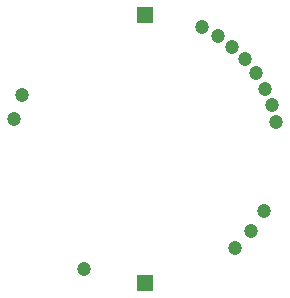
<source format=gtl>
G04 #@! TF.GenerationSoftware,KiCad,Pcbnew,5.0.2-bee76a0~70~ubuntu18.04.1*
G04 #@! TF.CreationDate,2019-05-15T03:21:57+02:00*
G04 #@! TF.ProjectId,ring,72696e67-2e6b-4696-9361-645f70636258,rev?*
G04 #@! TF.SameCoordinates,Original*
G04 #@! TF.FileFunction,Copper,L1,Top*
G04 #@! TF.FilePolarity,Positive*
%FSLAX46Y46*%
G04 Gerber Fmt 4.6, Leading zero omitted, Abs format (unit mm)*
G04 Created by KiCad (PCBNEW 5.0.2-bee76a0~70~ubuntu18.04.1) date Mi 15 Mai 2019 03:21:57 CEST*
%MOMM*%
%LPD*%
G01*
G04 APERTURE LIST*
G04 #@! TA.AperFunction,ComponentPad*
%ADD10R,1.350000X1.350000*%
G04 #@! TD*
G04 #@! TA.AperFunction,BGAPad,CuDef*
%ADD11C,1.200000*%
G04 #@! TD*
G04 #@! TA.AperFunction,ViaPad*
%ADD12C,0.450000*%
G04 #@! TD*
G04 APERTURE END LIST*
D10*
G04 #@! TO.P,REF\002A\002A,1*
G04 #@! TO.N,N/C*
X110000000Y-91350000D03*
G04 #@! TD*
D11*
G04 #@! TO.P,J13,1*
G04 #@! TO.N,N/C*
X98920000Y-77480000D03*
G04 #@! TD*
G04 #@! TO.P,J9,1*
G04 #@! TO.N,N/C*
X116160000Y-70450000D03*
G04 #@! TD*
G04 #@! TO.P,J16,1*
G04 #@! TO.N,N/C*
X117630000Y-88410000D03*
G04 #@! TD*
G04 #@! TO.P,J10,1*
G04 #@! TO.N,N/C*
X114840000Y-69710000D03*
G04 #@! TD*
G04 #@! TO.P,J15,1*
G04 #@! TO.N,N/C*
X104870000Y-90140000D03*
G04 #@! TD*
G04 #@! TO.P,J14,1*
G04 #@! TO.N,N/C*
X99610000Y-75400000D03*
G04 #@! TD*
G04 #@! TO.P,J2,1*
G04 #@! TO.N,N/C*
X120740000Y-76300000D03*
G04 #@! TD*
G04 #@! TO.P,J3,1*
G04 #@! TO.N,N/C*
X120160000Y-74910000D03*
G04 #@! TD*
G04 #@! TO.P,J4,1*
G04 #@! TO.N,N/C*
X119390000Y-73600000D03*
G04 #@! TD*
G04 #@! TO.P,J6,1*
G04 #@! TO.N,N/C*
X118980000Y-86960000D03*
G04 #@! TD*
G04 #@! TO.P,J5,1*
G04 #@! TO.N,N/C*
X118460000Y-72400000D03*
G04 #@! TD*
G04 #@! TO.P,J8,1*
G04 #@! TO.N,N/C*
X120060000Y-85280000D03*
G04 #@! TD*
G04 #@! TO.P,J1,1*
G04 #@! TO.N,N/C*
X121140000Y-77760000D03*
G04 #@! TD*
G04 #@! TO.P,J7,1*
G04 #@! TO.N,N/C*
X117380000Y-71350000D03*
G04 #@! TD*
D10*
G04 #@! TO.P,REF\002A\002A,1*
G04 #@! TO.N,N/C*
X110000000Y-68650000D03*
G04 #@! TD*
D12*
G04 #@! TO.N,*
X114840000Y-69710000D03*
X116160000Y-70450000D03*
X117380000Y-71350000D03*
X118460000Y-72400000D03*
X119390000Y-73600000D03*
X120160000Y-74910000D03*
X120740000Y-76300000D03*
X121140000Y-77760000D03*
X120060000Y-85280000D03*
X118980000Y-86960000D03*
X117630000Y-88410000D03*
X104870000Y-90140000D03*
X98920000Y-77480000D03*
X99610000Y-75400000D03*
G04 #@! TD*
M02*

</source>
